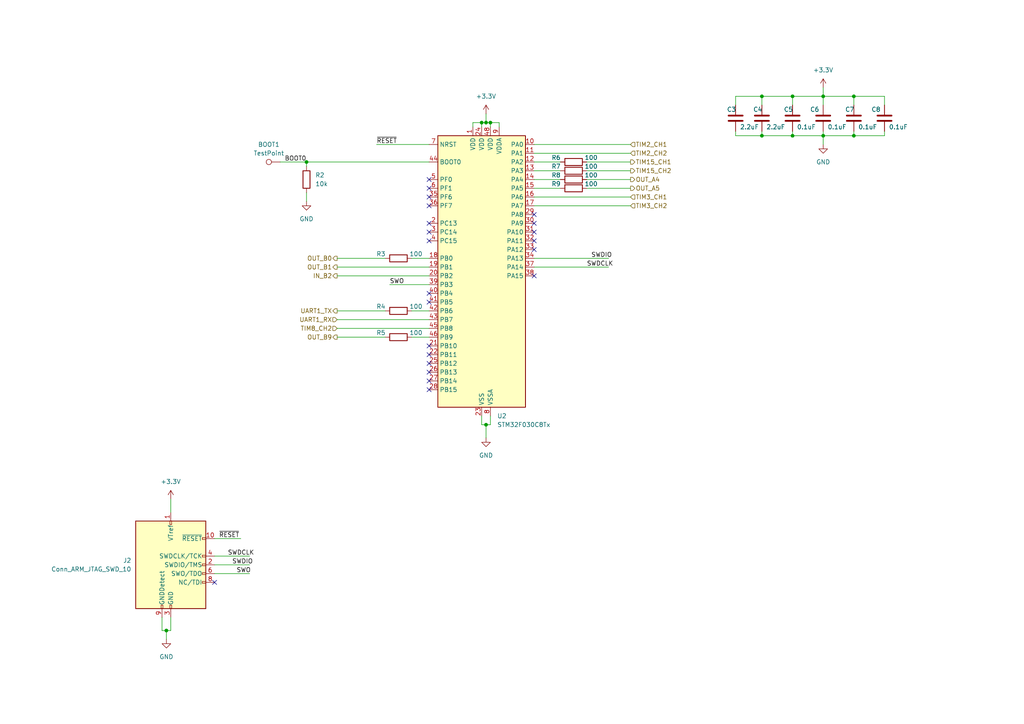
<source format=kicad_sch>
(kicad_sch (version 20230121) (generator eeschema)
  (paper "A4")
  (lib_symbols
    (symbol "Connector:Conn_ARM_JTAG_SWD_10" (pin_names (offset 1.016))
      (property "Reference" "J" (at -2.54 16.51 0))
      (property "Value" "Conn_ARM_JTAG_SWD_10" (at -2.54 13.97 0))
      (symbol "Conn_ARM_JTAG_SWD_10_0_1"
        (rectangle (start -10.16 12.7) (end 10.16 -12.7) (stroke (width 0.254)) (fill (type background)))
        (rectangle (start -2.794 -12.7) (end -2.286 -11.684))
        (rectangle (start -0.254 -12.7) (end 0.254 -11.684))
        (rectangle (start -0.254 12.7) (end 0.254 11.684))
        (rectangle (start 9.144 2.286) (end 10.16 2.794))
        (rectangle (start 10.16 -2.794) (end 9.144 -2.286))
        (rectangle (start 10.16 -0.254) (end 9.144 0.254))
        (rectangle (start 10.16 7.874) (end 9.144 7.366))
      )
      (symbol "Conn_ARM_JTAG_SWD_10_1_1"
        (rectangle (start 9.144 -5.334) (end 10.16 -4.826))
        (pin power_in line (at 0 15.24 270) (length 2.54) (name "VTref") (number "1"))
        (pin open_collector line (at 12.7 7.62 180) (length 2.54) (name "~{RESET}") (number "10"))
        (pin bidirectional line (at 12.7 0 180) (length 2.54) (name "SWDIO/TMS") (number "2"))
        (pin power_in line (at 0 -15.24 90) (length 2.54) (name "GND") (number "3"))
        (pin output line (at 12.7 2.54 180) (length 2.54) (name "SWDCLK/TCK") (number "4"))
        (pin passive line (at 0 -15.24 90) (length 2.54) hide (name "GND") (number "5"))
        (pin input line (at 12.7 -2.54 180) (length 2.54) (name "SWO/TDO") (number "6"))
        (pin no_connect line (at -10.16 0 0) (length 2.54) hide (name "KEY") (number "7"))
        (pin output line (at 12.7 -5.08 180) (length 2.54) (name "NC/TDI") (number "8"))
        (pin passive line (at -2.54 -15.24 90) (length 2.54) (name "GNDDetect") (number "9"))
      )
    )
    (symbol "Connector:TestPoint" (pin_numbers hide) (pin_names (offset 0.762) hide)
      (property "Reference" "TP" (at 0 6.858 0))
      (property "Value" "TestPoint" (at 0 5.08 0))
      (symbol "TestPoint_0_1"
        (circle (center 0 3.302) (radius 0.762))
      )
      (symbol "TestPoint_1_1"
        (pin passive line (at 0 0 90) (length 2.54) (name "1") (number "1"))
      )
    )
    (symbol "Device:C" (pin_numbers hide) (pin_names (offset 0.254))
      (property "Reference" "C" (at 0.635 2.54 0))
      (property "Value" "C" (at 0.635 -2.54 0))
      (symbol "C_0_1"
        (polyline (pts (xy -2.032 -0.762) (xy 2.032 -0.762)) (stroke (width 0.508)))
        (polyline (pts (xy -2.032 0.762) (xy 2.032 0.762)) (stroke (width 0.508)))
      )
      (symbol "C_1_1"
        (pin passive line (at 0 3.81 270) (length 2.794) (name "~") (number "1"))
        (pin passive line (at 0 -3.81 90) (length 2.794) (name "~") (number "2"))
      )
    )
    (symbol "Device:R" (pin_numbers hide) (pin_names (offset 0))
      (property "Reference" "R" (at 2.032 0 90))
      (property "Value" "R" (at 0 0 90))
      (symbol "R_0_1"
        (rectangle (start -1.016 -2.54) (end 1.016 2.54) (stroke (width 0.254)))
      )
      (symbol "R_1_1"
        (pin passive line (at 0 3.81 270) (length 1.27) (name "~") (number "1"))
        (pin passive line (at 0 -3.81 90) (length 1.27) (name "~") (number "2"))
      )
    )
    (symbol "MCU_ST_STM32F0:STM32F030C8Tx"
      (property "Reference" "U" (at -12.7 41.91 0))
      (property "Value" "STM32F030C8Tx" (at 7.62 41.91 0))
      (symbol "STM32F030C8Tx_0_1"
        (rectangle (start -12.7 -38.1) (end 12.7 40.64) (stroke (width 0.254)) (fill (type background)))
      )
      (symbol "STM32F030C8Tx_1_1"
        (pin power_in line (at -2.54 43.18 270) (length 2.54) (name "VDD") (number "1"))
        (pin bidirectional line (at 15.24 38.1 180) (length 2.54) (name "PA0") (number "10"))
        (pin bidirectional line (at 15.24 35.56 180) (length 2.54) (name "PA1") (number "11"))
        (pin bidirectional line (at 15.24 33.02 180) (length 2.54) (name "PA2") (number "12"))
        (pin bidirectional line (at 15.24 30.48 180) (length 2.54) (name "PA3") (number "13"))
        (pin bidirectional line (at 15.24 27.94 180) (length 2.54) (name "PA4") (number "14"))
        (pin bidirectional line (at 15.24 25.4 180) (length 2.54) (name "PA5") (number "15"))
        (pin bidirectional line (at 15.24 22.86 180) (length 2.54) (name "PA6") (number "16"))
        (pin bidirectional line (at 15.24 20.32 180) (length 2.54) (name "PA7") (number "17"))
        (pin bidirectional line (at -15.24 5.08 0) (length 2.54) (name "PB0") (number "18"))
        (pin bidirectional line (at -15.24 2.54 0) (length 2.54) (name "PB1") (number "19"))
        (pin bidirectional line (at -15.24 15.24 0) (length 2.54) (name "PC13") (number "2"))
        (pin bidirectional line (at -15.24 0 0) (length 2.54) (name "PB2") (number "20"))
        (pin bidirectional line (at -15.24 -20.32 0) (length 2.54) (name "PB10") (number "21"))
        (pin bidirectional line (at -15.24 -22.86 0) (length 2.54) (name "PB11") (number "22"))
        (pin power_in line (at 0 -40.64 90) (length 2.54) (name "VSS") (number "23"))
        (pin power_in line (at 0 43.18 270) (length 2.54) (name "VDD") (number "24"))
        (pin bidirectional line (at -15.24 -25.4 0) (length 2.54) (name "PB12") (number "25"))
        (pin bidirectional line (at -15.24 -27.94 0) (length 2.54) (name "PB13") (number "26"))
        (pin bidirectional line (at -15.24 -30.48 0) (length 2.54) (name "PB14") (number "27"))
        (pin bidirectional line (at -15.24 -33.02 0) (length 2.54) (name "PB15") (number "28"))
        (pin bidirectional line (at 15.24 17.78 180) (length 2.54) (name "PA8") (number "29"))
        (pin bidirectional line (at -15.24 12.7 0) (length 2.54) (name "PC14") (number "3"))
        (pin bidirectional line (at 15.24 15.24 180) (length 2.54) (name "PA9") (number "30"))
        (pin bidirectional line (at 15.24 12.7 180) (length 2.54) (name "PA10") (number "31"))
        (pin bidirectional line (at 15.24 10.16 180) (length 2.54) (name "PA11") (number "32"))
        (pin bidirectional line (at 15.24 7.62 180) (length 2.54) (name "PA12") (number "33"))
        (pin bidirectional line (at 15.24 5.08 180) (length 2.54) (name "PA13") (number "34"))
        (pin bidirectional line (at -15.24 22.86 0) (length 2.54) (name "PF6") (number "35"))
        (pin bidirectional line (at -15.24 20.32 0) (length 2.54) (name "PF7") (number "36"))
        (pin bidirectional line (at 15.24 2.54 180) (length 2.54) (name "PA14") (number "37"))
        (pin bidirectional line (at 15.24 0 180) (length 2.54) (name "PA15") (number "38"))
        (pin bidirectional line (at -15.24 -2.54 0) (length 2.54) (name "PB3") (number "39"))
        (pin bidirectional line (at -15.24 10.16 0) (length 2.54) (name "PC15") (number "4"))
        (pin bidirectional line (at -15.24 -5.08 0) (length 2.54) (name "PB4") (number "40"))
        (pin bidirectional line (at -15.24 -7.62 0) (length 2.54) (name "PB5") (number "41"))
        (pin bidirectional line (at -15.24 -10.16 0) (length 2.54) (name "PB6") (number "42"))
        (pin bidirectional line (at -15.24 -12.7 0) (length 2.54) (name "PB7") (number "43"))
        (pin input line (at -15.24 33.02 0) (length 2.54) (name "BOOT0") (number "44"))
        (pin bidirectional line (at -15.24 -15.24 0) (length 2.54) (name "PB8") (number "45"))
        (pin bidirectional line (at -15.24 -17.78 0) (length 2.54) (name "PB9") (number "46"))
        (pin passive line (at 0 -40.64 90) (length 2.54) hide (name "VSS") (number "47"))
        (pin power_in line (at 2.54 43.18 270) (length 2.54) (name "VDD") (number "48"))
        (pin bidirectional line (at -15.24 27.94 0) (length 2.54) (name "PF0") (number "5"))
        (pin bidirectional line (at -15.24 25.4 0) (length 2.54) (name "PF1") (number "6"))
        (pin input line (at -15.24 38.1 0) (length 2.54) (name "NRST") (number "7"))
        (pin power_in line (at 2.54 -40.64 90) (length 2.54) (name "VSSA") (number "8"))
        (pin power_in line (at 5.08 43.18 270) (length 2.54) (name "VDDA") (number "9"))
      )
    )
    (symbol "power:+3.3V" (power) (pin_names (offset 0))
      (property "Value" "+3.3V" (at 0 3.556 0))
      (symbol "+3.3V_0_1"
        (polyline (pts (xy -0.762 1.27) (xy 0 2.54)))
        (polyline (pts (xy 0 0) (xy 0 2.54)))
        (polyline (pts (xy 0 2.54) (xy 0.762 1.27)))
      )
      (symbol "+3.3V_1_1"
        (pin power_in line (at 0 0 90) (length 0) hide (name "+3.3V") (number "1"))
      )
    )
    (symbol "power:GND" (power) (pin_names (offset 0))
      (property "Value" "GND" (at 0 -3.81 0))
      (symbol "GND_0_1"
        (polyline (pts (xy 0 0) (xy 0 -1.27) (xy 1.27 -1.27) (xy 0 -2.54) (xy -1.27 -1.27) (xy 0 -1.27)))
      )
      (symbol "GND_1_1"
        (pin power_in line (at 0 0 270) (length 0) hide (name "GND") (number "1"))
      )
    )
  )
  (junction (at 247.65 27.94))
  (junction (at 140.97 123.19))
  (junction (at 142.24 35.56))
  (junction (at 229.87 27.94))
  (junction (at 220.98 27.94))
  (junction (at 48.26 182.88))
  (junction (at 139.7 35.56))
  (junction (at 238.76 39.37))
  (junction (at 229.87 39.37))
  (junction (at 220.98 39.37))
  (junction (at 238.76 27.94))
  (junction (at 140.97 35.56))
  (junction (at 247.65 39.37))
  (junction (at 88.9 46.99))
  (no_connect (at 124.46 69.85))
  (no_connect (at 154.94 62.23))
  (no_connect (at 124.46 105.41))
  (no_connect (at 124.46 102.87))
  (no_connect (at 154.94 80.01))
  (no_connect (at 124.46 54.61))
  (no_connect (at 124.46 57.15))
  (no_connect (at 124.46 110.49))
  (no_connect (at 124.46 85.09))
  (no_connect (at 154.94 69.85))
  (no_connect (at 124.46 52.07))
  (no_connect (at 154.94 67.31))
  (no_connect (at 124.46 64.77))
  (no_connect (at 154.94 64.77))
  (no_connect (at 124.46 67.31))
  (no_connect (at 124.46 59.69))
  (no_connect (at 124.46 107.95))
  (no_connect (at 154.94 72.39))
  (no_connect (at 124.46 87.63))
  (no_connect (at 124.46 100.33))
  (no_connect (at 62.23 168.91))
  (no_connect (at 124.46 113.03))
  (wire (pts (xy 140.97 123.19) (xy 140.97 127)))
  (wire (pts (xy 137.16 36.83) (xy 137.16 35.56)))
  (wire (pts (xy 49.53 144.78) (xy 49.53 148.59)))
  (wire (pts (xy 154.94 57.15) (xy 182.88 57.15)))
  (wire (pts (xy 88.9 46.99) (xy 88.9 48.26)))
  (wire (pts (xy 154.94 59.69) (xy 182.88 59.69)))
  (wire (pts (xy 170.18 52.07) (xy 182.88 52.07)))
  (wire (pts (xy 137.16 35.56) (xy 139.7 35.56)))
  (wire (pts (xy 213.36 39.37) (xy 220.98 39.37)))
  (wire (pts (xy 62.23 161.29) (xy 72.39 161.29)))
  (wire (pts (xy 154.94 41.91) (xy 182.88 41.91)))
  (wire (pts (xy 220.98 38.1) (xy 220.98 39.37)))
  (wire (pts (xy 220.98 27.94) (xy 229.87 27.94)))
  (wire (pts (xy 247.65 38.1) (xy 247.65 39.37)))
  (wire (pts (xy 256.54 30.48) (xy 256.54 27.94)))
  (wire (pts (xy 97.79 80.01) (xy 124.46 80.01)))
  (wire (pts (xy 88.9 55.88) (xy 88.9 58.42)))
  (wire (pts (xy 256.54 38.1) (xy 256.54 39.37)))
  (wire (pts (xy 154.94 49.53) (xy 162.56 49.53)))
  (wire (pts (xy 119.38 74.93) (xy 124.46 74.93)))
  (wire (pts (xy 140.97 35.56) (xy 139.7 35.56)))
  (wire (pts (xy 97.79 74.93) (xy 111.76 74.93)))
  (wire (pts (xy 144.78 35.56) (xy 142.24 35.56)))
  (wire (pts (xy 229.87 27.94) (xy 238.76 27.94)))
  (wire (pts (xy 170.18 49.53) (xy 182.88 49.53)))
  (wire (pts (xy 154.94 54.61) (xy 162.56 54.61)))
  (wire (pts (xy 139.7 123.19) (xy 140.97 123.19)))
  (wire (pts (xy 154.94 46.99) (xy 162.56 46.99)))
  (wire (pts (xy 238.76 39.37) (xy 238.76 41.91)))
  (wire (pts (xy 256.54 27.94) (xy 247.65 27.94)))
  (wire (pts (xy 88.9 46.99) (xy 124.46 46.99)))
  (wire (pts (xy 62.23 166.37) (xy 72.39 166.37)))
  (wire (pts (xy 81.28 46.99) (xy 88.9 46.99)))
  (wire (pts (xy 229.87 30.48) (xy 229.87 27.94)))
  (wire (pts (xy 229.87 39.37) (xy 238.76 39.37)))
  (wire (pts (xy 154.94 52.07) (xy 162.56 52.07)))
  (wire (pts (xy 97.79 97.79) (xy 111.76 97.79)))
  (wire (pts (xy 97.79 92.71) (xy 124.46 92.71)))
  (wire (pts (xy 213.36 38.1) (xy 213.36 39.37)))
  (wire (pts (xy 46.99 179.07) (xy 46.99 182.88)))
  (wire (pts (xy 220.98 39.37) (xy 229.87 39.37)))
  (wire (pts (xy 97.79 90.17) (xy 111.76 90.17)))
  (wire (pts (xy 213.36 27.94) (xy 220.98 27.94)))
  (wire (pts (xy 48.26 182.88) (xy 48.26 185.42)))
  (wire (pts (xy 46.99 182.88) (xy 48.26 182.88)))
  (wire (pts (xy 256.54 39.37) (xy 247.65 39.37)))
  (wire (pts (xy 154.94 77.47) (xy 176.53 77.47)))
  (wire (pts (xy 238.76 27.94) (xy 238.76 30.48)))
  (wire (pts (xy 113.03 82.55) (xy 124.46 82.55)))
  (wire (pts (xy 220.98 30.48) (xy 220.98 27.94)))
  (wire (pts (xy 119.38 90.17) (xy 124.46 90.17)))
  (wire (pts (xy 97.79 95.25) (xy 124.46 95.25)))
  (wire (pts (xy 139.7 35.56) (xy 139.7 36.83)))
  (wire (pts (xy 97.79 77.47) (xy 124.46 77.47)))
  (wire (pts (xy 142.24 123.19) (xy 140.97 123.19)))
  (wire (pts (xy 119.38 97.79) (xy 124.46 97.79)))
  (wire (pts (xy 49.53 179.07) (xy 49.53 182.88)))
  (wire (pts (xy 139.7 120.65) (xy 139.7 123.19)))
  (wire (pts (xy 144.78 36.83) (xy 144.78 35.56)))
  (wire (pts (xy 140.97 33.02) (xy 140.97 35.56)))
  (wire (pts (xy 154.94 74.93) (xy 176.53 74.93)))
  (wire (pts (xy 142.24 35.56) (xy 140.97 35.56)))
  (wire (pts (xy 238.76 38.1) (xy 238.76 39.37)))
  (wire (pts (xy 238.76 25.4) (xy 238.76 27.94)))
  (wire (pts (xy 229.87 38.1) (xy 229.87 39.37)))
  (wire (pts (xy 170.18 46.99) (xy 182.88 46.99)))
  (wire (pts (xy 109.22 41.91) (xy 124.46 41.91)))
  (wire (pts (xy 154.94 44.45) (xy 182.88 44.45)))
  (wire (pts (xy 170.18 54.61) (xy 182.88 54.61)))
  (wire (pts (xy 247.65 39.37) (xy 238.76 39.37)))
  (wire (pts (xy 62.23 163.83) (xy 72.39 163.83)))
  (wire (pts (xy 247.65 27.94) (xy 238.76 27.94)))
  (wire (pts (xy 62.23 156.21) (xy 69.85 156.21)))
  (wire (pts (xy 247.65 30.48) (xy 247.65 27.94)))
  (wire (pts (xy 213.36 30.48) (xy 213.36 27.94)))
  (wire (pts (xy 142.24 120.65) (xy 142.24 123.19)))
  (wire (pts (xy 49.53 182.88) (xy 48.26 182.88)))
  (wire (pts (xy 142.24 36.83) (xy 142.24 35.56)))
  (label "SWDCLK" (at 170.18 77.47 0))
  (label "SWDIO" (at 67.31 163.83 0))
  (label "SWDCLK" (at 66.04 161.29 0))
  (label "~{RESET}" (at 109.22 41.91 0))
  (label "SWO" (at 113.03 82.55 0))
  (label "SWO" (at 68.58 166.37 0))
  (label "SWDIO" (at 171.45 74.93 0))
  (label "BOOT0" (at 82.55 46.99 0))
  (label "~{RESET}" (at 63.5 156.21 0))
  (hierarchical_label "UART1_RX" (shape input) (at 97.79 92.71 180))
  (hierarchical_label "TIM3_CH1" (shape input) (at 182.88 57.15 0))
  (hierarchical_label "OUT_B9" (shape output) (at 97.79 97.79 180))
  (hierarchical_label "TIM2_CH2" (shape input) (at 182.88 44.45 0))
  (hierarchical_label "UART1_TX" (shape output) (at 97.79 90.17 180))
  (hierarchical_label "IN_B2" (shape output) (at 97.79 80.01 180))
  (hierarchical_label "TIM15_CH1" (shape output) (at 182.88 46.99 0))
  (hierarchical_label "TIM8_CH2" (shape input) (at 97.79 95.25 180))
  (hierarchical_label "TIM2_CH1" (shape input) (at 182.88 41.91 0))
  (hierarchical_label "OUT_A4" (shape output) (at 182.88 52.07 0))
  (hierarchical_label "OUT_B1" (shape output) (at 97.79 77.47 180))
  (hierarchical_label "OUT_A5" (shape output) (at 182.88 54.61 0))
  (hierarchical_label "OUT_B0" (shape output) (at 97.79 74.93 180))
  (hierarchical_label "TIM15_CH2" (shape output) (at 182.88 49.53 0))
  (hierarchical_label "TIM3_CH2" (shape input) (at 182.88 59.69 0))
  (symbol (lib_id "Device:R") (at 88.9 52.07 0) (unit 1)
    (property "Reference" "R2" (at 91.44 50.8 0) (effects (justify left)))
    (property "Value" "10k" (at 91.44 53.34 0) (effects (justify left)))
    (property "Footprint" "Resistor_SMD:R_0603_1608Metric" (effects hide))
  )
  (symbol (lib_id "Device:C") (at 213.36 34.29 0) (unit 1)
    (property "Reference" "C3" (at 210.82 31.75 0) (effects (justify left)))
    (property "Value" "2.2uF" (at 214.63 36.83 0) (effects (justify left)))
    (property "Footprint" "Capacitor_SMD:C_0603_1608Metric" (effects hide))
  )
  (symbol (lib_id "power:GND") (at 48.26 185.42 0) (unit 1)
    (property "Reference" "#PWR06" (effects hide))
    (property "Value" "GND" (at 48.26 190.5 0))
  )
  (symbol (lib_id "Device:C") (at 229.87 34.29 0) (unit 1)
    (property "Reference" "C5" (at 227.33 31.75 0) (effects (justify left)))
    (property "Value" "0.1uF" (at 231.14 36.83 0) (effects (justify left)))
    (property "Footprint" "Capacitor_SMD:C_0603_1608Metric" (effects hide))
  )
  (symbol (lib_id "Connector:TestPoint") (at 81.28 46.99 90) (unit 1)
    (property "Reference" "BOOT1" (at 77.978 41.91 90))
    (property "Value" "TestPoint" (at 77.978 44.45 90))
    (property "Footprint" "TestPoint:TestPoint_Pad_D1.5mm" (effects hide))
  )
  (symbol (lib_id "power:GND") (at 238.76 41.91 0) (unit 1)
    (property "Reference" "#PWR012" (effects hide))
    (property "Value" "GND" (at 238.76 46.99 0))
  )
  (symbol (lib_id "Connector:Conn_ARM_JTAG_SWD_10") (at 49.53 163.83 0) (unit 1)
    (property "Reference" "J2" (at 38.1 162.56 0) (effects (justify right)))
    (property "Value" "Conn_ARM_JTAG_SWD_10" (at 38.1 165.1 0) (effects (justify right)))
    (property "Footprint" "Connector_PinHeader_1.27mm:PinHeader_2x05_P1.27mm_Vertical" (effects hide))
    (property "Datasheet" "http://infocenter.arm.com/help/topic/com.arm.doc.ddi0314h/DDI0314H_coresight_components_trm.pdf" (effects hide))
  )
  (symbol (lib_id "Device:R") (at 166.37 54.61 90) (unit 1)
    (property "Reference" "R9" (at 161.29 53.34 90))
    (property "Value" "100" (at 171.45 53.34 90))
    (property "Footprint" "Resistor_SMD:R_0603_1608Metric" (effects hide))
  )
  (symbol (lib_id "Device:R") (at 115.57 74.93 90) (unit 1)
    (property "Reference" "R3" (at 110.49 73.66 90))
    (property "Value" "100" (at 120.65 73.66 90))
    (property "Footprint" "Resistor_SMD:R_0603_1608Metric" (effects hide))
  )
  (symbol (lib_id "Device:R") (at 115.57 90.17 90) (unit 1)
    (property "Reference" "R4" (at 110.49 88.9 90))
    (property "Value" "100" (at 120.65 88.9 90))
    (property "Footprint" "Resistor_SMD:R_0603_1608Metric" (effects hide))
  )
  (symbol (lib_id "Device:R") (at 166.37 46.99 90) (unit 1)
    (property "Reference" "R6" (at 161.29 45.72 90))
    (property "Value" "100" (at 171.45 45.72 90))
    (property "Footprint" "Resistor_SMD:R_0603_1608Metric" (effects hide))
  )
  (symbol (lib_id "MCU_ST_STM32F0:STM32F030C8Tx") (at 139.7 80.01 0) (unit 1)
    (property "Reference" "U2" (at 144.1959 120.65 0) (effects (justify left)))
    (property "Value" "STM32F030C8Tx" (at 144.1959 123.19 0) (effects (justify left)))
    (property "Footprint" "Package_QFP:LQFP-48_7x7mm_P0.5mm" (effects hide))
    (property "Datasheet" "https://www.st.com/resource/en/datasheet/stm32f030c8.pdf" (effects hide))
  )
  (symbol (lib_id "Device:R") (at 115.57 97.79 90) (unit 1)
    (property "Reference" "R5" (at 110.49 96.52 90))
    (property "Value" "100" (at 120.65 96.52 90))
    (property "Footprint" "Resistor_SMD:R_0603_1608Metric" (effects hide))
  )
  (symbol (lib_id "power:+3.3V") (at 238.76 25.4 0) (unit 1)
    (property "Reference" "#PWR011" (effects hide))
    (property "Value" "+3.3V" (at 238.76 20.32 0))
  )
  (symbol (lib_id "Device:R") (at 166.37 49.53 90) (unit 1)
    (property "Reference" "R7" (at 161.29 48.26 90))
    (property "Value" "100" (at 171.45 48.26 90))
    (property "Footprint" "Resistor_SMD:R_0603_1608Metric" (effects hide))
  )
  (symbol (lib_id "Device:C") (at 247.65 34.29 0) (unit 1)
    (property "Reference" "C7" (at 245.11 31.75 0) (effects (justify left)))
    (property "Value" "0.1uF" (at 248.92 36.83 0) (effects (justify left)))
    (property "Footprint" "Capacitor_SMD:C_0603_1608Metric" (effects hide))
  )
  (symbol (lib_id "Device:C") (at 256.54 34.29 0) (unit 1)
    (property "Reference" "C8" (at 252.73 31.75 0) (effects (justify left)))
    (property "Value" "0.1uF" (at 257.81 36.83 0) (effects (justify left)))
    (property "Footprint" "Capacitor_SMD:C_0603_1608Metric" (effects hide))
  )
  (symbol (lib_id "power:+3.3V") (at 140.97 33.02 0) (unit 1)
    (property "Reference" "#PWR09" (effects hide))
    (property "Value" "+3.3V" (at 140.97 27.94 0))
  )
  (symbol (lib_id "Device:C") (at 238.76 34.29 0) (unit 1)
    (property "Reference" "C6" (at 234.95 31.75 0) (effects (justify left)))
    (property "Value" "0.1uF" (at 240.03 36.83 0) (effects (justify left)))
    (property "Footprint" "Capacitor_SMD:C_0603_1608Metric" (effects hide))
  )
  (symbol (lib_id "power:GND") (at 88.9 58.42 0) (unit 1)
    (property "Reference" "#PWR08" (effects hide))
    (property "Value" "GND" (at 88.9 63.5 0))
  )
  (symbol (lib_id "power:+3.3V") (at 49.53 144.78 0) (unit 1)
    (property "Reference" "#PWR07" (effects hide))
    (property "Value" "+3.3V" (at 49.53 139.7 0))
  )
  (symbol (lib_id "Device:R") (at 166.37 52.07 90) (unit 1)
    (property "Reference" "R8" (at 161.29 50.8 90))
    (property "Value" "100" (at 171.45 50.8 90))
    (property "Footprint" "Resistor_SMD:R_0603_1608Metric" (effects hide))
  )
  (symbol (lib_id "power:GND") (at 140.97 127 0) (unit 1)
    (property "Reference" "#PWR010" (effects hide))
    (property "Value" "GND" (at 140.97 132.08 0))
  )
  (symbol (lib_id "Device:C") (at 220.98 34.29 0) (unit 1)
    (property "Reference" "C4" (at 218.44 31.75 0) (effects (justify left)))
    (property "Value" "2.2uF" (at 222.25 36.83 0) (effects (justify left)))
    (property "Footprint" "Capacitor_SMD:C_0603_1608Metric" (effects hide))
  )
)
</source>
